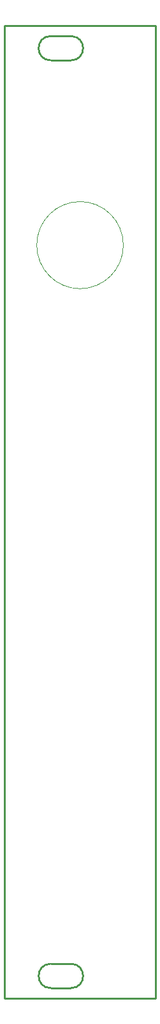
<source format=gbr>
%TF.GenerationSoftware,KiCad,Pcbnew,6.0.11-2627ca5db0~126~ubuntu22.04.1*%
%TF.CreationDate,2024-04-26T14:23:43+02:00*%
%TF.ProjectId,OTBreakOut_AntennaPanel,4f544272-6561-46b4-9f75-745f416e7465,rev?*%
%TF.SameCoordinates,Original*%
%TF.FileFunction,Profile,NP*%
%FSLAX46Y46*%
G04 Gerber Fmt 4.6, Leading zero omitted, Abs format (unit mm)*
G04 Created by KiCad (PCBNEW 6.0.11-2627ca5db0~126~ubuntu22.04.1) date 2024-04-26 14:23:43*
%MOMM*%
%LPD*%
G01*
G04 APERTURE LIST*
%TA.AperFunction,Profile*%
%ADD10C,0.250000*%
%TD*%
%TA.AperFunction,Profile*%
%ADD11C,0.120000*%
%TD*%
G04 APERTURE END LIST*
D10*
X96100000Y-51100000D02*
X98800000Y-51100000D01*
X96100000Y-47900000D02*
G75*
G03*
X96100000Y-51100000I0J-1600000D01*
G01*
X98800000Y-170400000D02*
X96100000Y-170400000D01*
X98800000Y-47900000D02*
X96100000Y-47900000D01*
X98800000Y-173600000D02*
G75*
G03*
X98800000Y-170400000I0J1600000D01*
G01*
X90000000Y-175000000D02*
X110000000Y-175000000D01*
X96100000Y-170400000D02*
G75*
G03*
X96100000Y-173600000I0J-1600000D01*
G01*
X110000000Y-46500000D02*
X90000000Y-46500000D01*
X98800000Y-51100000D02*
G75*
G03*
X98800000Y-47900000I0J1600000D01*
G01*
X96100000Y-173600000D02*
X98800000Y-173600000D01*
X110000000Y-175000000D02*
X110000000Y-46500000D01*
X90000000Y-46500000D02*
X90000000Y-175000000D01*
D11*
%TO.C,REF\u002A\u002A*%
X105750000Y-75500000D02*
G75*
G03*
X105750000Y-75500000I-5750000J0D01*
G01*
%TD*%
M02*

</source>
